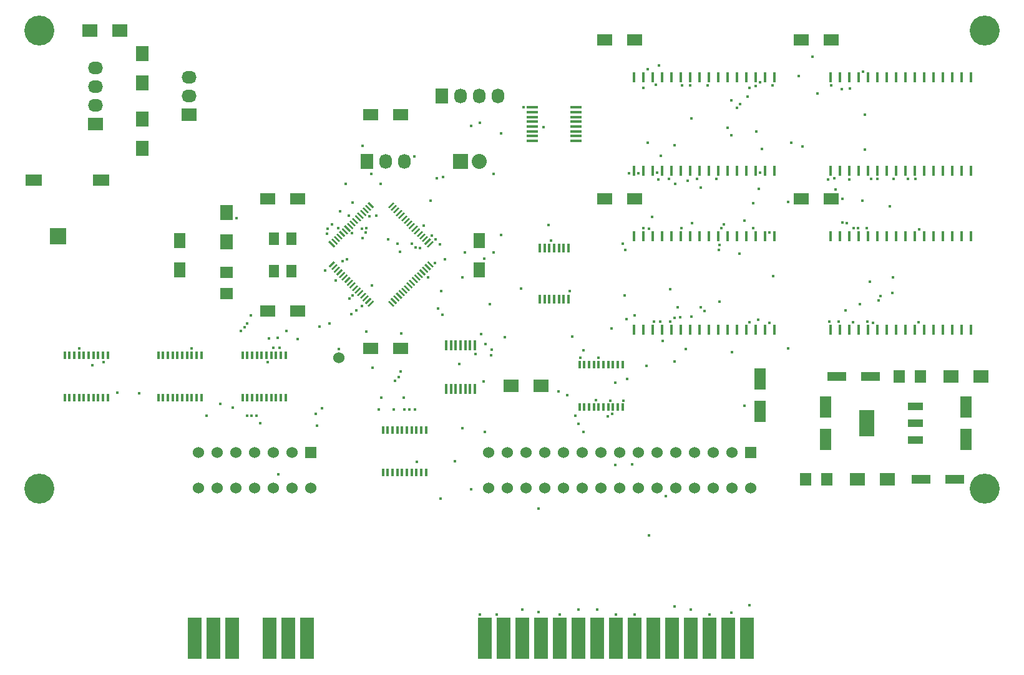
<source format=gts>
G04 #@! TF.FileFunction,Soldermask,Top*
%FSLAX46Y46*%
G04 Gerber Fmt 4.6, Leading zero omitted, Abs format (unit mm)*
G04 Created by KiCad (PCBNEW 4.0.2+dfsg1-stable) date Thu 10 Jan 2019 07:06:35 CET*
%MOMM*%
G01*
G04 APERTURE LIST*
%ADD10C,0.100000*%
%ADD11R,1.930400X5.588000*%
%ADD12R,2.032000X1.727200*%
%ADD13O,2.032000X1.727200*%
%ADD14C,1.524000*%
%ADD15R,1.524000X1.524000*%
%ADD16R,1.600200X2.999740*%
%ADD17R,2.000000X1.600000*%
%ADD18R,1.600000X2.000000*%
%ADD19R,1.597660X1.800860*%
%ADD20R,1.800860X1.597660*%
%ADD21R,1.727200X2.032000*%
%ADD22O,1.727200X2.032000*%
%ADD23R,2.598420X1.198880*%
%ADD24R,2.600960X1.198880*%
%ADD25C,4.064000*%
%ADD26R,2.000000X1.700000*%
%ADD27R,1.700000X2.000000*%
%ADD28R,2.180000X1.600000*%
%ADD29R,1.500000X0.450000*%
%ADD30R,0.400000X1.000000*%
%ADD31R,0.450000X1.450000*%
%ADD32R,0.400000X1.200000*%
%ADD33R,0.450000X1.400000*%
%ADD34R,1.399540X1.800860*%
%ADD35R,2.032000X3.657600*%
%ADD36R,2.032000X1.016000*%
%ADD37R,2.235200X2.235200*%
%ADD38R,2.032000X2.032000*%
%ADD39O,2.032000X2.032000*%
%ADD40C,0.400000*%
G04 APERTURE END LIST*
D10*
D11*
X184912000Y-135890000D03*
X182372000Y-135890000D03*
X179832000Y-135890000D03*
X177292000Y-135890000D03*
X174752000Y-135890000D03*
X172212000Y-135890000D03*
X169672000Y-135890000D03*
X167132000Y-135890000D03*
X164592000Y-135890000D03*
X162052000Y-135890000D03*
X159512000Y-135890000D03*
X156972000Y-135890000D03*
X154432000Y-135890000D03*
X151892000Y-135890000D03*
X149352000Y-135890000D03*
D12*
X96520000Y-66040000D03*
D13*
X96520000Y-63500000D03*
X96520000Y-60960000D03*
X96520000Y-58420000D03*
D14*
X110490000Y-110604300D03*
X110490000Y-115455700D03*
X113030000Y-110604300D03*
X113030000Y-115455700D03*
X115570000Y-110604300D03*
X115570000Y-115455700D03*
X118110000Y-110604300D03*
X118110000Y-115455700D03*
X120650000Y-110604300D03*
X120650000Y-115455700D03*
X123190000Y-110604300D03*
X123190000Y-115455700D03*
D15*
X125730000Y-110604300D03*
D14*
X125730000Y-115455700D03*
D11*
X125222000Y-135890000D03*
X122682000Y-135890000D03*
X120142000Y-135890000D03*
X115062000Y-135890000D03*
X112522000Y-135890000D03*
X109982000Y-135890000D03*
D16*
X214630000Y-104480360D03*
X214630000Y-108879640D03*
X186690000Y-100670360D03*
X186690000Y-105069640D03*
D17*
X119920000Y-76200000D03*
X123920000Y-76200000D03*
X119920000Y-91440000D03*
X123920000Y-91440000D03*
X133890000Y-96520000D03*
X137890000Y-96520000D03*
D18*
X148590000Y-85820000D03*
X148590000Y-81820000D03*
D17*
X137890000Y-64770000D03*
X133890000Y-64770000D03*
D18*
X107950000Y-85820000D03*
X107950000Y-81820000D03*
D17*
X196310000Y-54610000D03*
X192310000Y-54610000D03*
X196310000Y-76200000D03*
X192310000Y-76200000D03*
X169640000Y-54610000D03*
X165640000Y-54610000D03*
X169640000Y-76200000D03*
X165640000Y-76200000D03*
D19*
X195729860Y-114300000D03*
X192890140Y-114300000D03*
X208429860Y-100330000D03*
X205590140Y-100330000D03*
D20*
X114300000Y-86210140D03*
X114300000Y-89049860D03*
D12*
X109220000Y-64770000D03*
D13*
X109220000Y-62230000D03*
X109220000Y-59690000D03*
D21*
X133350000Y-71120000D03*
D22*
X135890000Y-71120000D03*
X138430000Y-71120000D03*
D23*
X213121240Y-114300000D03*
D24*
X208518760Y-114300000D03*
D23*
X197088760Y-100330000D03*
D24*
X201691240Y-100330000D03*
D14*
X129540000Y-97790000D03*
D25*
X88900000Y-115570000D03*
X88900000Y-53340000D03*
X217170000Y-53340000D03*
X217170000Y-115570000D03*
D26*
X203930000Y-114300000D03*
X199930000Y-114300000D03*
X216630000Y-100330000D03*
X212630000Y-100330000D03*
X99790000Y-53340000D03*
X95790000Y-53340000D03*
X152940000Y-101600000D03*
X156940000Y-101600000D03*
D27*
X114300000Y-78010000D03*
X114300000Y-82010000D03*
X102870000Y-56420000D03*
X102870000Y-60420000D03*
X102870000Y-69310000D03*
X102870000Y-65310000D03*
D28*
X88107570Y-73657680D03*
X97312430Y-73662320D03*
D10*
G36*
X128307676Y-85530800D02*
X128130899Y-85354023D01*
X128838006Y-84646916D01*
X129014783Y-84823693D01*
X128307676Y-85530800D01*
X128307676Y-85530800D01*
G37*
G36*
X128661229Y-85884354D02*
X128484452Y-85707577D01*
X129191559Y-85000470D01*
X129368336Y-85177247D01*
X128661229Y-85884354D01*
X128661229Y-85884354D01*
G37*
G36*
X129014783Y-86237907D02*
X128838006Y-86061130D01*
X129545113Y-85354023D01*
X129721890Y-85530800D01*
X129014783Y-86237907D01*
X129014783Y-86237907D01*
G37*
G36*
X129368336Y-86591460D02*
X129191559Y-86414683D01*
X129898666Y-85707576D01*
X130075443Y-85884353D01*
X129368336Y-86591460D01*
X129368336Y-86591460D01*
G37*
G36*
X129721889Y-86945014D02*
X129545112Y-86768237D01*
X130252219Y-86061130D01*
X130428996Y-86237907D01*
X129721889Y-86945014D01*
X129721889Y-86945014D01*
G37*
G36*
X130075443Y-87298567D02*
X129898666Y-87121790D01*
X130605773Y-86414683D01*
X130782550Y-86591460D01*
X130075443Y-87298567D01*
X130075443Y-87298567D01*
G37*
G36*
X130428996Y-87652121D02*
X130252219Y-87475344D01*
X130959326Y-86768237D01*
X131136103Y-86945014D01*
X130428996Y-87652121D01*
X130428996Y-87652121D01*
G37*
G36*
X130782550Y-88005674D02*
X130605773Y-87828897D01*
X131312880Y-87121790D01*
X131489657Y-87298567D01*
X130782550Y-88005674D01*
X130782550Y-88005674D01*
G37*
G36*
X131136103Y-88359227D02*
X130959326Y-88182450D01*
X131666433Y-87475343D01*
X131843210Y-87652120D01*
X131136103Y-88359227D01*
X131136103Y-88359227D01*
G37*
G36*
X131489656Y-88712781D02*
X131312879Y-88536004D01*
X132019986Y-87828897D01*
X132196763Y-88005674D01*
X131489656Y-88712781D01*
X131489656Y-88712781D01*
G37*
G36*
X131843210Y-89066334D02*
X131666433Y-88889557D01*
X132373540Y-88182450D01*
X132550317Y-88359227D01*
X131843210Y-89066334D01*
X131843210Y-89066334D01*
G37*
G36*
X132196763Y-89419888D02*
X132019986Y-89243111D01*
X132727093Y-88536004D01*
X132903870Y-88712781D01*
X132196763Y-89419888D01*
X132196763Y-89419888D01*
G37*
G36*
X132550317Y-89773441D02*
X132373540Y-89596664D01*
X133080647Y-88889557D01*
X133257424Y-89066334D01*
X132550317Y-89773441D01*
X132550317Y-89773441D01*
G37*
G36*
X132903870Y-90126994D02*
X132727093Y-89950217D01*
X133434200Y-89243110D01*
X133610977Y-89419887D01*
X132903870Y-90126994D01*
X132903870Y-90126994D01*
G37*
G36*
X133257423Y-90480548D02*
X133080646Y-90303771D01*
X133787753Y-89596664D01*
X133964530Y-89773441D01*
X133257423Y-90480548D01*
X133257423Y-90480548D01*
G37*
G36*
X133610977Y-90834101D02*
X133434200Y-90657324D01*
X134141307Y-89950217D01*
X134318084Y-90126994D01*
X133610977Y-90834101D01*
X133610977Y-90834101D01*
G37*
G36*
X137075800Y-90657324D02*
X136899023Y-90834101D01*
X136191916Y-90126994D01*
X136368693Y-89950217D01*
X137075800Y-90657324D01*
X137075800Y-90657324D01*
G37*
G36*
X137429354Y-90303771D02*
X137252577Y-90480548D01*
X136545470Y-89773441D01*
X136722247Y-89596664D01*
X137429354Y-90303771D01*
X137429354Y-90303771D01*
G37*
G36*
X137782907Y-89950217D02*
X137606130Y-90126994D01*
X136899023Y-89419887D01*
X137075800Y-89243110D01*
X137782907Y-89950217D01*
X137782907Y-89950217D01*
G37*
G36*
X138136460Y-89596664D02*
X137959683Y-89773441D01*
X137252576Y-89066334D01*
X137429353Y-88889557D01*
X138136460Y-89596664D01*
X138136460Y-89596664D01*
G37*
G36*
X138490014Y-89243111D02*
X138313237Y-89419888D01*
X137606130Y-88712781D01*
X137782907Y-88536004D01*
X138490014Y-89243111D01*
X138490014Y-89243111D01*
G37*
G36*
X138843567Y-88889557D02*
X138666790Y-89066334D01*
X137959683Y-88359227D01*
X138136460Y-88182450D01*
X138843567Y-88889557D01*
X138843567Y-88889557D01*
G37*
G36*
X139197121Y-88536004D02*
X139020344Y-88712781D01*
X138313237Y-88005674D01*
X138490014Y-87828897D01*
X139197121Y-88536004D01*
X139197121Y-88536004D01*
G37*
G36*
X139550674Y-88182450D02*
X139373897Y-88359227D01*
X138666790Y-87652120D01*
X138843567Y-87475343D01*
X139550674Y-88182450D01*
X139550674Y-88182450D01*
G37*
G36*
X139904227Y-87828897D02*
X139727450Y-88005674D01*
X139020343Y-87298567D01*
X139197120Y-87121790D01*
X139904227Y-87828897D01*
X139904227Y-87828897D01*
G37*
G36*
X140257781Y-87475344D02*
X140081004Y-87652121D01*
X139373897Y-86945014D01*
X139550674Y-86768237D01*
X140257781Y-87475344D01*
X140257781Y-87475344D01*
G37*
G36*
X140611334Y-87121790D02*
X140434557Y-87298567D01*
X139727450Y-86591460D01*
X139904227Y-86414683D01*
X140611334Y-87121790D01*
X140611334Y-87121790D01*
G37*
G36*
X140964888Y-86768237D02*
X140788111Y-86945014D01*
X140081004Y-86237907D01*
X140257781Y-86061130D01*
X140964888Y-86768237D01*
X140964888Y-86768237D01*
G37*
G36*
X141318441Y-86414683D02*
X141141664Y-86591460D01*
X140434557Y-85884353D01*
X140611334Y-85707576D01*
X141318441Y-86414683D01*
X141318441Y-86414683D01*
G37*
G36*
X141671994Y-86061130D02*
X141495217Y-86237907D01*
X140788110Y-85530800D01*
X140964887Y-85354023D01*
X141671994Y-86061130D01*
X141671994Y-86061130D01*
G37*
G36*
X142025548Y-85707577D02*
X141848771Y-85884354D01*
X141141664Y-85177247D01*
X141318441Y-85000470D01*
X142025548Y-85707577D01*
X142025548Y-85707577D01*
G37*
G36*
X142379101Y-85354023D02*
X142202324Y-85530800D01*
X141495217Y-84823693D01*
X141671994Y-84646916D01*
X142379101Y-85354023D01*
X142379101Y-85354023D01*
G37*
G36*
X141671994Y-82773084D02*
X141495217Y-82596307D01*
X142202324Y-81889200D01*
X142379101Y-82065977D01*
X141671994Y-82773084D01*
X141671994Y-82773084D01*
G37*
G36*
X141318441Y-82419530D02*
X141141664Y-82242753D01*
X141848771Y-81535646D01*
X142025548Y-81712423D01*
X141318441Y-82419530D01*
X141318441Y-82419530D01*
G37*
G36*
X140964887Y-82065977D02*
X140788110Y-81889200D01*
X141495217Y-81182093D01*
X141671994Y-81358870D01*
X140964887Y-82065977D01*
X140964887Y-82065977D01*
G37*
G36*
X140611334Y-81712424D02*
X140434557Y-81535647D01*
X141141664Y-80828540D01*
X141318441Y-81005317D01*
X140611334Y-81712424D01*
X140611334Y-81712424D01*
G37*
G36*
X140257781Y-81358870D02*
X140081004Y-81182093D01*
X140788111Y-80474986D01*
X140964888Y-80651763D01*
X140257781Y-81358870D01*
X140257781Y-81358870D01*
G37*
G36*
X139904227Y-81005317D02*
X139727450Y-80828540D01*
X140434557Y-80121433D01*
X140611334Y-80298210D01*
X139904227Y-81005317D01*
X139904227Y-81005317D01*
G37*
G36*
X139550674Y-80651763D02*
X139373897Y-80474986D01*
X140081004Y-79767879D01*
X140257781Y-79944656D01*
X139550674Y-80651763D01*
X139550674Y-80651763D01*
G37*
G36*
X139197120Y-80298210D02*
X139020343Y-80121433D01*
X139727450Y-79414326D01*
X139904227Y-79591103D01*
X139197120Y-80298210D01*
X139197120Y-80298210D01*
G37*
G36*
X138843567Y-79944657D02*
X138666790Y-79767880D01*
X139373897Y-79060773D01*
X139550674Y-79237550D01*
X138843567Y-79944657D01*
X138843567Y-79944657D01*
G37*
G36*
X138490014Y-79591103D02*
X138313237Y-79414326D01*
X139020344Y-78707219D01*
X139197121Y-78883996D01*
X138490014Y-79591103D01*
X138490014Y-79591103D01*
G37*
G36*
X138136460Y-79237550D02*
X137959683Y-79060773D01*
X138666790Y-78353666D01*
X138843567Y-78530443D01*
X138136460Y-79237550D01*
X138136460Y-79237550D01*
G37*
G36*
X137782907Y-78883996D02*
X137606130Y-78707219D01*
X138313237Y-78000112D01*
X138490014Y-78176889D01*
X137782907Y-78883996D01*
X137782907Y-78883996D01*
G37*
G36*
X137429353Y-78530443D02*
X137252576Y-78353666D01*
X137959683Y-77646559D01*
X138136460Y-77823336D01*
X137429353Y-78530443D01*
X137429353Y-78530443D01*
G37*
G36*
X137075800Y-78176890D02*
X136899023Y-78000113D01*
X137606130Y-77293006D01*
X137782907Y-77469783D01*
X137075800Y-78176890D01*
X137075800Y-78176890D01*
G37*
G36*
X136722247Y-77823336D02*
X136545470Y-77646559D01*
X137252577Y-76939452D01*
X137429354Y-77116229D01*
X136722247Y-77823336D01*
X136722247Y-77823336D01*
G37*
G36*
X136368693Y-77469783D02*
X136191916Y-77293006D01*
X136899023Y-76585899D01*
X137075800Y-76762676D01*
X136368693Y-77469783D01*
X136368693Y-77469783D01*
G37*
G36*
X134318084Y-77293006D02*
X134141307Y-77469783D01*
X133434200Y-76762676D01*
X133610977Y-76585899D01*
X134318084Y-77293006D01*
X134318084Y-77293006D01*
G37*
G36*
X133964530Y-77646559D02*
X133787753Y-77823336D01*
X133080646Y-77116229D01*
X133257423Y-76939452D01*
X133964530Y-77646559D01*
X133964530Y-77646559D01*
G37*
G36*
X133610977Y-78000113D02*
X133434200Y-78176890D01*
X132727093Y-77469783D01*
X132903870Y-77293006D01*
X133610977Y-78000113D01*
X133610977Y-78000113D01*
G37*
G36*
X133257424Y-78353666D02*
X133080647Y-78530443D01*
X132373540Y-77823336D01*
X132550317Y-77646559D01*
X133257424Y-78353666D01*
X133257424Y-78353666D01*
G37*
G36*
X132903870Y-78707219D02*
X132727093Y-78883996D01*
X132019986Y-78176889D01*
X132196763Y-78000112D01*
X132903870Y-78707219D01*
X132903870Y-78707219D01*
G37*
G36*
X132550317Y-79060773D02*
X132373540Y-79237550D01*
X131666433Y-78530443D01*
X131843210Y-78353666D01*
X132550317Y-79060773D01*
X132550317Y-79060773D01*
G37*
G36*
X132196763Y-79414326D02*
X132019986Y-79591103D01*
X131312879Y-78883996D01*
X131489656Y-78707219D01*
X132196763Y-79414326D01*
X132196763Y-79414326D01*
G37*
G36*
X131843210Y-79767880D02*
X131666433Y-79944657D01*
X130959326Y-79237550D01*
X131136103Y-79060773D01*
X131843210Y-79767880D01*
X131843210Y-79767880D01*
G37*
G36*
X131489657Y-80121433D02*
X131312880Y-80298210D01*
X130605773Y-79591103D01*
X130782550Y-79414326D01*
X131489657Y-80121433D01*
X131489657Y-80121433D01*
G37*
G36*
X131136103Y-80474986D02*
X130959326Y-80651763D01*
X130252219Y-79944656D01*
X130428996Y-79767879D01*
X131136103Y-80474986D01*
X131136103Y-80474986D01*
G37*
G36*
X130782550Y-80828540D02*
X130605773Y-81005317D01*
X129898666Y-80298210D01*
X130075443Y-80121433D01*
X130782550Y-80828540D01*
X130782550Y-80828540D01*
G37*
G36*
X130428996Y-81182093D02*
X130252219Y-81358870D01*
X129545112Y-80651763D01*
X129721889Y-80474986D01*
X130428996Y-81182093D01*
X130428996Y-81182093D01*
G37*
G36*
X130075443Y-81535647D02*
X129898666Y-81712424D01*
X129191559Y-81005317D01*
X129368336Y-80828540D01*
X130075443Y-81535647D01*
X130075443Y-81535647D01*
G37*
G36*
X129721890Y-81889200D02*
X129545113Y-82065977D01*
X128838006Y-81358870D01*
X129014783Y-81182093D01*
X129721890Y-81889200D01*
X129721890Y-81889200D01*
G37*
G36*
X129368336Y-82242753D02*
X129191559Y-82419530D01*
X128484452Y-81712423D01*
X128661229Y-81535646D01*
X129368336Y-82242753D01*
X129368336Y-82242753D01*
G37*
G36*
X129014783Y-82596307D02*
X128838006Y-82773084D01*
X128130899Y-82065977D01*
X128307676Y-81889200D01*
X129014783Y-82596307D01*
X129014783Y-82596307D01*
G37*
D29*
X155800000Y-63765000D03*
X155800000Y-64415000D03*
X155800000Y-65065000D03*
X155800000Y-65715000D03*
X155800000Y-66365000D03*
X155800000Y-67015000D03*
X155800000Y-67665000D03*
X155800000Y-68315000D03*
X161700000Y-68315000D03*
X161700000Y-67665000D03*
X161700000Y-67015000D03*
X161700000Y-66365000D03*
X161700000Y-65715000D03*
X161700000Y-65065000D03*
X161700000Y-64415000D03*
X161700000Y-63765000D03*
D30*
X98175000Y-97430000D03*
X97525000Y-97430000D03*
X96875000Y-97430000D03*
X96225000Y-97430000D03*
X95575000Y-97430000D03*
X94925000Y-97430000D03*
X94275000Y-97430000D03*
X93625000Y-97430000D03*
X92975000Y-97430000D03*
X92325000Y-97430000D03*
X92325000Y-103230000D03*
X92975000Y-103230000D03*
X93625000Y-103230000D03*
X94275000Y-103230000D03*
X94925000Y-103230000D03*
X95575000Y-103230000D03*
X96225000Y-103230000D03*
X96875000Y-103230000D03*
X97525000Y-103230000D03*
X98175000Y-103230000D03*
X141355000Y-107590000D03*
X140705000Y-107590000D03*
X140055000Y-107590000D03*
X139405000Y-107590000D03*
X138755000Y-107590000D03*
X138105000Y-107590000D03*
X137455000Y-107590000D03*
X136805000Y-107590000D03*
X136155000Y-107590000D03*
X135505000Y-107590000D03*
X135505000Y-113390000D03*
X136155000Y-113390000D03*
X136805000Y-113390000D03*
X137455000Y-113390000D03*
X138105000Y-113390000D03*
X138755000Y-113390000D03*
X139405000Y-113390000D03*
X140055000Y-113390000D03*
X140705000Y-113390000D03*
X141355000Y-113390000D03*
X122305000Y-97430000D03*
X121655000Y-97430000D03*
X121005000Y-97430000D03*
X120355000Y-97430000D03*
X119705000Y-97430000D03*
X119055000Y-97430000D03*
X118405000Y-97430000D03*
X117755000Y-97430000D03*
X117105000Y-97430000D03*
X116455000Y-97430000D03*
X116455000Y-103230000D03*
X117105000Y-103230000D03*
X117755000Y-103230000D03*
X118405000Y-103230000D03*
X119055000Y-103230000D03*
X119705000Y-103230000D03*
X120355000Y-103230000D03*
X121005000Y-103230000D03*
X121655000Y-103230000D03*
X122305000Y-103230000D03*
D31*
X148000000Y-96110000D03*
X147350000Y-96110000D03*
X146700000Y-96110000D03*
X146050000Y-96110000D03*
X145400000Y-96110000D03*
X144750000Y-96110000D03*
X144100000Y-96110000D03*
X144100000Y-102010000D03*
X144750000Y-102010000D03*
X145400000Y-102010000D03*
X146050000Y-102010000D03*
X146700000Y-102010000D03*
X147350000Y-102010000D03*
X148000000Y-102010000D03*
D30*
X110875000Y-97430000D03*
X110225000Y-97430000D03*
X109575000Y-97430000D03*
X108925000Y-97430000D03*
X108275000Y-97430000D03*
X107625000Y-97430000D03*
X106975000Y-97430000D03*
X106325000Y-97430000D03*
X105675000Y-97430000D03*
X105025000Y-97430000D03*
X105025000Y-103230000D03*
X105675000Y-103230000D03*
X106325000Y-103230000D03*
X106975000Y-103230000D03*
X107625000Y-103230000D03*
X108275000Y-103230000D03*
X108925000Y-103230000D03*
X109575000Y-103230000D03*
X110225000Y-103230000D03*
X110875000Y-103230000D03*
D32*
X160700000Y-82910000D03*
X160050000Y-82910000D03*
X159400000Y-82910000D03*
X158750000Y-82910000D03*
X158100000Y-82910000D03*
X157450000Y-82910000D03*
X156800000Y-82910000D03*
X156800000Y-89810000D03*
X157450000Y-89810000D03*
X158100000Y-89810000D03*
X158750000Y-89810000D03*
X159400000Y-89810000D03*
X160050000Y-89810000D03*
X160700000Y-89810000D03*
D30*
X168025000Y-98700000D03*
X167375000Y-98700000D03*
X166725000Y-98700000D03*
X166075000Y-98700000D03*
X165425000Y-98700000D03*
X164775000Y-98700000D03*
X164125000Y-98700000D03*
X163475000Y-98700000D03*
X162825000Y-98700000D03*
X162175000Y-98700000D03*
X162175000Y-104500000D03*
X162825000Y-104500000D03*
X163475000Y-104500000D03*
X164125000Y-104500000D03*
X164775000Y-104500000D03*
X165425000Y-104500000D03*
X166075000Y-104500000D03*
X166725000Y-104500000D03*
X167375000Y-104500000D03*
X168025000Y-104500000D03*
D33*
X196215000Y-59670000D03*
X196215000Y-72410000D03*
X197485000Y-59670000D03*
X197485000Y-72410000D03*
X198755000Y-59670000D03*
X198755000Y-72410000D03*
X200025000Y-59670000D03*
X200025000Y-72410000D03*
X201295000Y-59670000D03*
X201295000Y-72410000D03*
X202565000Y-59670000D03*
X202565000Y-72410000D03*
X203835000Y-59670000D03*
X203835000Y-72410000D03*
X205105000Y-59670000D03*
X205105000Y-72410000D03*
X206375000Y-59670000D03*
X206375000Y-72410000D03*
X207645000Y-59670000D03*
X207645000Y-72410000D03*
X208915000Y-59670000D03*
X208915000Y-72410000D03*
X210185000Y-59670000D03*
X210185000Y-72410000D03*
X211455000Y-59670000D03*
X211455000Y-72410000D03*
X212725000Y-59670000D03*
X212725000Y-72410000D03*
X213995000Y-59670000D03*
X213995000Y-72410000D03*
X215265000Y-59670000D03*
X215265000Y-72410000D03*
X196215000Y-81260000D03*
X196215000Y-94000000D03*
X197485000Y-81260000D03*
X197485000Y-94000000D03*
X198755000Y-81260000D03*
X198755000Y-94000000D03*
X200025000Y-81260000D03*
X200025000Y-94000000D03*
X201295000Y-81260000D03*
X201295000Y-94000000D03*
X202565000Y-81260000D03*
X202565000Y-94000000D03*
X203835000Y-81260000D03*
X203835000Y-94000000D03*
X205105000Y-81260000D03*
X205105000Y-94000000D03*
X206375000Y-81260000D03*
X206375000Y-94000000D03*
X207645000Y-81260000D03*
X207645000Y-94000000D03*
X208915000Y-81260000D03*
X208915000Y-94000000D03*
X210185000Y-81260000D03*
X210185000Y-94000000D03*
X211455000Y-81260000D03*
X211455000Y-94000000D03*
X212725000Y-81260000D03*
X212725000Y-94000000D03*
X213995000Y-81260000D03*
X213995000Y-94000000D03*
X215265000Y-81260000D03*
X215265000Y-94000000D03*
X169545000Y-59670000D03*
X169545000Y-72410000D03*
X170815000Y-59670000D03*
X170815000Y-72410000D03*
X172085000Y-59670000D03*
X172085000Y-72410000D03*
X173355000Y-59670000D03*
X173355000Y-72410000D03*
X174625000Y-59670000D03*
X174625000Y-72410000D03*
X175895000Y-59670000D03*
X175895000Y-72410000D03*
X177165000Y-59670000D03*
X177165000Y-72410000D03*
X178435000Y-59670000D03*
X178435000Y-72410000D03*
X179705000Y-59670000D03*
X179705000Y-72410000D03*
X180975000Y-59670000D03*
X180975000Y-72410000D03*
X182245000Y-59670000D03*
X182245000Y-72410000D03*
X183515000Y-59670000D03*
X183515000Y-72410000D03*
X184785000Y-59670000D03*
X184785000Y-72410000D03*
X186055000Y-59670000D03*
X186055000Y-72410000D03*
X187325000Y-59670000D03*
X187325000Y-72410000D03*
X188595000Y-59670000D03*
X188595000Y-72410000D03*
X169545000Y-81260000D03*
X169545000Y-94000000D03*
X170815000Y-81260000D03*
X170815000Y-94000000D03*
X172085000Y-81260000D03*
X172085000Y-94000000D03*
X173355000Y-81260000D03*
X173355000Y-94000000D03*
X174625000Y-81260000D03*
X174625000Y-94000000D03*
X175895000Y-81260000D03*
X175895000Y-94000000D03*
X177165000Y-81260000D03*
X177165000Y-94000000D03*
X178435000Y-81260000D03*
X178435000Y-94000000D03*
X179705000Y-81260000D03*
X179705000Y-94000000D03*
X180975000Y-81260000D03*
X180975000Y-94000000D03*
X182245000Y-81260000D03*
X182245000Y-94000000D03*
X183515000Y-81260000D03*
X183515000Y-94000000D03*
X184785000Y-81260000D03*
X184785000Y-94000000D03*
X186055000Y-81260000D03*
X186055000Y-94000000D03*
X187325000Y-81260000D03*
X187325000Y-94000000D03*
X188595000Y-81260000D03*
X188595000Y-94000000D03*
D34*
X120721120Y-81620360D03*
X120721120Y-86019640D03*
X123118880Y-86019640D03*
X123118880Y-81620360D03*
D35*
X201168000Y-106680000D03*
D36*
X207772000Y-106680000D03*
X207772000Y-104394000D03*
X207772000Y-108966000D03*
D16*
X195580000Y-104480360D03*
X195580000Y-108879640D03*
D21*
X143510000Y-62230000D03*
D22*
X146050000Y-62230000D03*
X148590000Y-62230000D03*
X151130000Y-62230000D03*
D14*
X149860000Y-110604300D03*
X149860000Y-115455700D03*
X152400000Y-110604300D03*
X152400000Y-115455700D03*
X154940000Y-110604300D03*
X154940000Y-115455700D03*
X157480000Y-110604300D03*
X157480000Y-115455700D03*
X160020000Y-110604300D03*
X160020000Y-115455700D03*
X162560000Y-110604300D03*
X162560000Y-115455700D03*
X165100000Y-110604300D03*
X165100000Y-115455700D03*
X167640000Y-110604300D03*
X167640000Y-115455700D03*
X170180000Y-110604300D03*
X170180000Y-115455700D03*
X172720000Y-110604300D03*
X172720000Y-115455700D03*
X175260000Y-110604300D03*
X175260000Y-115455700D03*
X177800000Y-110604300D03*
X177800000Y-115455700D03*
X180340000Y-110604300D03*
X180340000Y-115455700D03*
X182880000Y-110604300D03*
X182880000Y-115455700D03*
D15*
X185420000Y-110604300D03*
D14*
X185420000Y-115455700D03*
D37*
X91440000Y-81280000D03*
D38*
X146050000Y-71120000D03*
D39*
X148590000Y-71120000D03*
D40*
X102415000Y-102576000D03*
X99489500Y-102494600D03*
X166040800Y-105763800D03*
X162721200Y-107829200D03*
X149315100Y-107829200D03*
X145297900Y-111846400D03*
X182756800Y-132385900D03*
X184587000Y-104300000D03*
X190504800Y-96464200D03*
X190504800Y-76628900D03*
X111623400Y-105651300D03*
X149239600Y-84270000D03*
X162266900Y-97776100D03*
X197862200Y-76200000D03*
X160899000Y-88706400D03*
X193830200Y-56903100D03*
X196320700Y-60789300D03*
X151539300Y-81088500D03*
X151539300Y-67305200D03*
X197862200Y-79426800D03*
X137992700Y-94500000D03*
X142550100Y-84900500D03*
X97637300Y-98350900D03*
X94342900Y-96503600D03*
X137887500Y-99672800D03*
X140145700Y-111893800D03*
X146267400Y-107370300D03*
X162005900Y-106757200D03*
X173876400Y-116598200D03*
X166392200Y-103596900D03*
X166625800Y-105424500D03*
X168112400Y-103587300D03*
X156659500Y-118298000D03*
X179832000Y-132658800D03*
X177292000Y-131943400D03*
X175115400Y-131527700D03*
X171574300Y-121940000D03*
X169312400Y-112273200D03*
X169672000Y-132686200D03*
X167060300Y-112327300D03*
X167132000Y-132666500D03*
X143311500Y-116934000D03*
X126605600Y-106988400D03*
X164592000Y-131943400D03*
X162052000Y-132019900D03*
X164443300Y-103545300D03*
X159512000Y-132667300D03*
X161602500Y-105611200D03*
X156611400Y-132346400D03*
X147495000Y-115597100D03*
X126405100Y-105404900D03*
X127233100Y-104656000D03*
X154432000Y-131943400D03*
X115149900Y-104533100D03*
X150932000Y-132673100D03*
X113432600Y-104003100D03*
X148675000Y-132673100D03*
X132647700Y-90767600D03*
X128303800Y-93108000D03*
X118900800Y-106627000D03*
X121318700Y-113646900D03*
X118332600Y-105622400D03*
X117705300Y-105622400D03*
X117105000Y-105622400D03*
X133238700Y-94201100D03*
X131262900Y-91868900D03*
X129424000Y-80201200D03*
X129540000Y-96600800D03*
X131877900Y-91343600D03*
X149164200Y-100954800D03*
X96108800Y-98809700D03*
X143210200Y-82367600D03*
X139787700Y-70452200D03*
X130431000Y-74187800D03*
X171405100Y-58561900D03*
X157974300Y-79754100D03*
X168029200Y-82285300D03*
X200660000Y-58890800D03*
X201164900Y-80147800D03*
X127684000Y-85916600D03*
X120055200Y-95121700D03*
X148082300Y-97242600D03*
X145858100Y-98607100D03*
X129147400Y-87257500D03*
X122419700Y-94092600D03*
X146328000Y-86816200D03*
X130672500Y-84413500D03*
X132750500Y-69020000D03*
X134139300Y-99135000D03*
X131006600Y-89749200D03*
X173460900Y-95529800D03*
X159301600Y-102335500D03*
X204327000Y-77185300D03*
X139875000Y-104773800D03*
X143888300Y-84388200D03*
X202774800Y-90021300D03*
X208221000Y-92974700D03*
X179176200Y-91436700D03*
X180759700Y-73511600D03*
X135249700Y-103177800D03*
X134034300Y-87944300D03*
X160522100Y-102865200D03*
X204612600Y-88973200D03*
X207736400Y-73515000D03*
X134977100Y-104773800D03*
X131417100Y-89279600D03*
X137868900Y-83366800D03*
X178631600Y-74695600D03*
X178640700Y-90875300D03*
X204697600Y-86829600D03*
X206719000Y-73515000D03*
X116724400Y-93660500D03*
X127991600Y-80218300D03*
X117096000Y-93116800D03*
X127934900Y-80922200D03*
X137627300Y-100413900D03*
X141659100Y-86883100D03*
X126882000Y-93567200D03*
X142616400Y-81711400D03*
X177378700Y-92146900D03*
X143576700Y-91895600D03*
X139132200Y-104773800D03*
X178169000Y-73515000D03*
X202983300Y-89402500D03*
X204772300Y-73516400D03*
X175041800Y-92331900D03*
X143031000Y-91074500D03*
X138428700Y-104773800D03*
X200193400Y-90470600D03*
X200579900Y-76466700D03*
X176833100Y-73767200D03*
X175512500Y-90929800D03*
X181200200Y-90174700D03*
X185225400Y-92931800D03*
X175077700Y-98276900D03*
X186458800Y-92601000D03*
X186516900Y-74854000D03*
X171283300Y-98907600D03*
X150050900Y-90466300D03*
X188487200Y-86686200D03*
X187966600Y-93056600D03*
X186693200Y-72635100D03*
X208309700Y-80323900D03*
X200896300Y-64713500D03*
X181735400Y-79677600D03*
X177373200Y-65238800D03*
X202588700Y-73515000D03*
X139971400Y-82821700D03*
X137001500Y-104773800D03*
X200935000Y-69479200D03*
X175824800Y-92298800D03*
X175195900Y-74174000D03*
X202030600Y-93042700D03*
X174456800Y-88456600D03*
X201603000Y-87478200D03*
X174464200Y-92875700D03*
X143438500Y-88688100D03*
X201715100Y-73489400D03*
X139446100Y-82316500D03*
X174290000Y-73515000D03*
X138338100Y-103198400D03*
X201218000Y-92889200D03*
X194457000Y-61846600D03*
X198462600Y-79477700D03*
X176020100Y-80155200D03*
X176077300Y-60778800D03*
X173240900Y-70324100D03*
X123946700Y-95207000D03*
X137468200Y-82311600D03*
X177418100Y-79469400D03*
X175124400Y-68911800D03*
X177165000Y-60798100D03*
X136249300Y-81688700D03*
X121458200Y-96414300D03*
X117612900Y-92045000D03*
X142123800Y-81206700D03*
X137182900Y-100948100D03*
X140573000Y-82836000D03*
X116242100Y-94146500D03*
X129660500Y-77845600D03*
X172985000Y-58099000D03*
X198884400Y-61227500D03*
X199963600Y-80154200D03*
X115654100Y-78820000D03*
X109575000Y-96511200D03*
X168364700Y-83102600D03*
X161237700Y-94900300D03*
X148876200Y-94518800D03*
X134596600Y-78455400D03*
X120677400Y-96452000D03*
X183513500Y-63844200D03*
X133712000Y-78571900D03*
X181210400Y-82459500D03*
X182792900Y-67577700D03*
X141972900Y-76397400D03*
X131410700Y-76683700D03*
X119843500Y-98348200D03*
X181408900Y-80201400D03*
X182267400Y-66493900D03*
X133959400Y-72834700D03*
X182806300Y-62790000D03*
X132758100Y-81485800D03*
X172911700Y-73518100D03*
X173173000Y-92877400D03*
X121226200Y-95084900D03*
X196886400Y-74911200D03*
X186910700Y-69417800D03*
X199323100Y-92974700D03*
X141058900Y-79794000D03*
X187961900Y-80747300D03*
X182899100Y-97051200D03*
X188398300Y-60791400D03*
X186161400Y-67032800D03*
X130888600Y-78444100D03*
X135210800Y-74121900D03*
X164775000Y-97746700D03*
X150504600Y-83460300D03*
X146651700Y-83460300D03*
X133249400Y-80175600D03*
X185764600Y-76810700D03*
X186690000Y-60385100D03*
X172076700Y-78672100D03*
X149421200Y-95899900D03*
X132649000Y-80285000D03*
X185761700Y-80138800D03*
X176631300Y-96580500D03*
X186076400Y-60867800D03*
X150263000Y-96642800D03*
X131301700Y-80876400D03*
X168342900Y-89336100D03*
X162734000Y-96750700D03*
X185267300Y-61118800D03*
X184562900Y-79132500D03*
X183923100Y-83594200D03*
X184973500Y-62298100D03*
X168655900Y-100641800D03*
X150203300Y-97432200D03*
X133175600Y-80792100D03*
X128617800Y-79664100D03*
X130040100Y-84666900D03*
X198313700Y-91351200D03*
X198762800Y-73534600D03*
X172321600Y-92868500D03*
X172720000Y-72635100D03*
X170815000Y-61096300D03*
X191931700Y-59480100D03*
X170887800Y-80145700D03*
X166504200Y-93809100D03*
X196773900Y-73386200D03*
X192438300Y-69104000D03*
X197387000Y-92891300D03*
X169687300Y-92025600D03*
X170186000Y-72676500D03*
X190878000Y-68545800D03*
X168547700Y-92527900D03*
X168912500Y-72676500D03*
X195930900Y-73540000D03*
X196109000Y-92868700D03*
X197737200Y-61320700D03*
X199363200Y-80180500D03*
X171463400Y-68582300D03*
X171583200Y-80234700D03*
X172580400Y-60695300D03*
X154585000Y-63765000D03*
X150516300Y-72798300D03*
X148663700Y-65868600D03*
X143644300Y-73216300D03*
X147506800Y-66265300D03*
X142805300Y-73413600D03*
X154245700Y-88404600D03*
X152022000Y-94978500D03*
X185268900Y-131345900D03*
X158284600Y-81881400D03*
X157314900Y-66419200D03*
X179538500Y-60777800D03*
X183985100Y-63343400D03*
X181101500Y-83109500D03*
X167002500Y-101167200D03*
M02*

</source>
